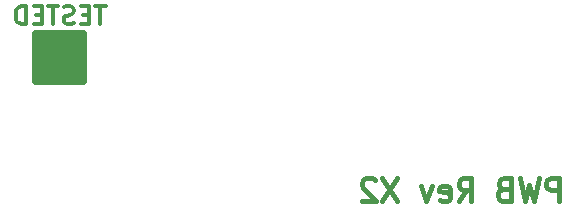
<source format=gbo>
G04 #@! TF.FileFunction,Legend,Bot*
%FSLAX46Y46*%
G04 Gerber Fmt 4.6, Leading zero omitted, Abs format (unit mm)*
G04 Created by KiCad (PCBNEW (after 2015-mar-04 BZR unknown)-product) date 4/26/2015 2:34:15 PM*
%MOMM*%
G01*
G04 APERTURE LIST*
%ADD10C,0.150000*%
%ADD11C,0.381000*%
%ADD12C,0.650000*%
%ADD13C,0.304800*%
G04 APERTURE END LIST*
D10*
D11*
X143394429Y-157428786D02*
X143394429Y-155523786D01*
X142668714Y-155523786D01*
X142487286Y-155614500D01*
X142396571Y-155705214D01*
X142305857Y-155886643D01*
X142305857Y-156158786D01*
X142396571Y-156340214D01*
X142487286Y-156430929D01*
X142668714Y-156521643D01*
X143394429Y-156521643D01*
X141670857Y-155523786D02*
X141217286Y-157428786D01*
X140854429Y-156068071D01*
X140491571Y-157428786D01*
X140038000Y-155523786D01*
X138677286Y-156430929D02*
X138405143Y-156521643D01*
X138314428Y-156612357D01*
X138223714Y-156793786D01*
X138223714Y-157065929D01*
X138314428Y-157247357D01*
X138405143Y-157338071D01*
X138586571Y-157428786D01*
X139312286Y-157428786D01*
X139312286Y-155523786D01*
X138677286Y-155523786D01*
X138495857Y-155614500D01*
X138405143Y-155705214D01*
X138314428Y-155886643D01*
X138314428Y-156068071D01*
X138405143Y-156249500D01*
X138495857Y-156340214D01*
X138677286Y-156430929D01*
X139312286Y-156430929D01*
X134867285Y-157428786D02*
X135502285Y-156521643D01*
X135955857Y-157428786D02*
X135955857Y-155523786D01*
X135230142Y-155523786D01*
X135048714Y-155614500D01*
X134957999Y-155705214D01*
X134867285Y-155886643D01*
X134867285Y-156158786D01*
X134957999Y-156340214D01*
X135048714Y-156430929D01*
X135230142Y-156521643D01*
X135955857Y-156521643D01*
X133325142Y-157338071D02*
X133506571Y-157428786D01*
X133869428Y-157428786D01*
X134050857Y-157338071D01*
X134141571Y-157156643D01*
X134141571Y-156430929D01*
X134050857Y-156249500D01*
X133869428Y-156158786D01*
X133506571Y-156158786D01*
X133325142Y-156249500D01*
X133234428Y-156430929D01*
X133234428Y-156612357D01*
X134141571Y-156793786D01*
X132599428Y-156158786D02*
X132145857Y-157428786D01*
X131692285Y-156158786D01*
X129696570Y-155523786D02*
X128426570Y-157428786D01*
X128426570Y-155523786D02*
X129696570Y-157428786D01*
X127791570Y-155705214D02*
X127700856Y-155614500D01*
X127519427Y-155523786D01*
X127065856Y-155523786D01*
X126884427Y-155614500D01*
X126793713Y-155705214D01*
X126702998Y-155886643D01*
X126702998Y-156068071D01*
X126793713Y-156340214D01*
X127882284Y-157428786D01*
X126702998Y-157428786D01*
D12*
X99092000Y-143288000D02*
X103092000Y-143288000D01*
X103092000Y-143288000D02*
X103092000Y-147288000D01*
X103092000Y-147288000D02*
X99092000Y-147288000D01*
X99092000Y-147288000D02*
X99092000Y-143288000D01*
X99092000Y-143288000D02*
X99092000Y-143788000D01*
X99092000Y-143788000D02*
X103092000Y-143788000D01*
X103092000Y-143788000D02*
X103092000Y-144288000D01*
X103092000Y-144288000D02*
X99092000Y-144288000D01*
X99092000Y-144288000D02*
X99092000Y-144788000D01*
X99092000Y-144788000D02*
X103092000Y-144788000D01*
X103092000Y-144788000D02*
X103092000Y-145288000D01*
X103092000Y-145288000D02*
X99092000Y-145288000D01*
X99092000Y-145288000D02*
X99092000Y-145788000D01*
X99092000Y-145788000D02*
X102592000Y-145788000D01*
X102592000Y-145788000D02*
X103092000Y-145788000D01*
X103092000Y-145788000D02*
X103092000Y-146288000D01*
X103092000Y-146288000D02*
X99092000Y-146288000D01*
X99092000Y-146288000D02*
X99092000Y-146788000D01*
X99092000Y-146788000D02*
X103092000Y-146788000D01*
D13*
X104974571Y-140953429D02*
X104103714Y-140953429D01*
X104539143Y-142477429D02*
X104539143Y-140953429D01*
X103595714Y-141679143D02*
X103087714Y-141679143D01*
X102870000Y-142477429D02*
X103595714Y-142477429D01*
X103595714Y-140953429D01*
X102870000Y-140953429D01*
X102289428Y-142404857D02*
X102071714Y-142477429D01*
X101708857Y-142477429D01*
X101563714Y-142404857D01*
X101491143Y-142332286D01*
X101418571Y-142187143D01*
X101418571Y-142042000D01*
X101491143Y-141896857D01*
X101563714Y-141824286D01*
X101708857Y-141751714D01*
X101999143Y-141679143D01*
X102144285Y-141606571D01*
X102216857Y-141534000D01*
X102289428Y-141388857D01*
X102289428Y-141243714D01*
X102216857Y-141098571D01*
X102144285Y-141026000D01*
X101999143Y-140953429D01*
X101636285Y-140953429D01*
X101418571Y-141026000D01*
X100983142Y-140953429D02*
X100112285Y-140953429D01*
X100547714Y-142477429D02*
X100547714Y-140953429D01*
X99604285Y-141679143D02*
X99096285Y-141679143D01*
X98878571Y-142477429D02*
X99604285Y-142477429D01*
X99604285Y-140953429D01*
X98878571Y-140953429D01*
X98225428Y-142477429D02*
X98225428Y-140953429D01*
X97862571Y-140953429D01*
X97644856Y-141026000D01*
X97499714Y-141171143D01*
X97427142Y-141316286D01*
X97354571Y-141606571D01*
X97354571Y-141824286D01*
X97427142Y-142114571D01*
X97499714Y-142259714D01*
X97644856Y-142404857D01*
X97862571Y-142477429D01*
X98225428Y-142477429D01*
M02*

</source>
